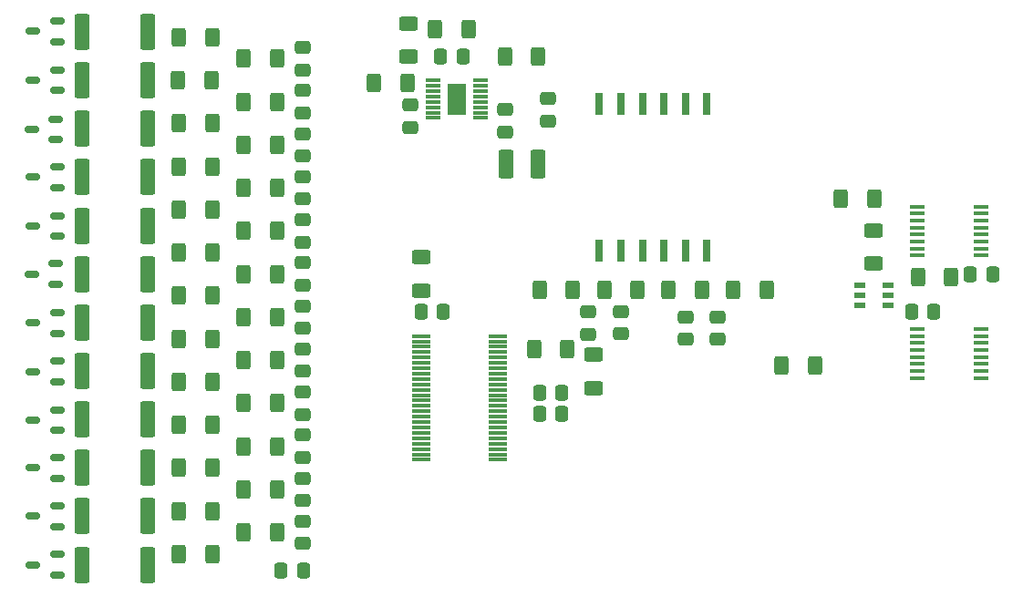
<source format=gbr>
%TF.GenerationSoftware,KiCad,Pcbnew,7.0.6*%
%TF.CreationDate,2023-08-31T22:42:43+02:00*%
%TF.ProjectId,BMS V1.0,424d5320-5631-42e3-902e-6b696361645f,rev?*%
%TF.SameCoordinates,Original*%
%TF.FileFunction,Paste,Top*%
%TF.FilePolarity,Positive*%
%FSLAX46Y46*%
G04 Gerber Fmt 4.6, Leading zero omitted, Abs format (unit mm)*
G04 Created by KiCad (PCBNEW 7.0.6) date 2023-08-31 22:42:43*
%MOMM*%
%LPD*%
G01*
G04 APERTURE LIST*
G04 Aperture macros list*
%AMRoundRect*
0 Rectangle with rounded corners*
0 $1 Rounding radius*
0 $2 $3 $4 $5 $6 $7 $8 $9 X,Y pos of 4 corners*
0 Add a 4 corners polygon primitive as box body*
4,1,4,$2,$3,$4,$5,$6,$7,$8,$9,$2,$3,0*
0 Add four circle primitives for the rounded corners*
1,1,$1+$1,$2,$3*
1,1,$1+$1,$4,$5*
1,1,$1+$1,$6,$7*
1,1,$1+$1,$8,$9*
0 Add four rect primitives between the rounded corners*
20,1,$1+$1,$2,$3,$4,$5,0*
20,1,$1+$1,$4,$5,$6,$7,0*
20,1,$1+$1,$6,$7,$8,$9,0*
20,1,$1+$1,$8,$9,$2,$3,0*%
G04 Aperture macros list end*
%ADD10RoundRect,0.250000X-0.475000X0.337500X-0.475000X-0.337500X0.475000X-0.337500X0.475000X0.337500X0*%
%ADD11RoundRect,0.250000X-0.400000X-0.625000X0.400000X-0.625000X0.400000X0.625000X-0.400000X0.625000X0*%
%ADD12RoundRect,0.250001X-0.462499X-1.074999X0.462499X-1.074999X0.462499X1.074999X-0.462499X1.074999X0*%
%ADD13R,1.800000X0.300000*%
%ADD14RoundRect,0.250000X0.400000X0.625000X-0.400000X0.625000X-0.400000X-0.625000X0.400000X-0.625000X0*%
%ADD15RoundRect,0.249999X0.450001X1.425001X-0.450001X1.425001X-0.450001X-1.425001X0.450001X-1.425001X0*%
%ADD16R,1.475000X0.450000*%
%ADD17RoundRect,0.150000X0.512500X0.150000X-0.512500X0.150000X-0.512500X-0.150000X0.512500X-0.150000X0*%
%ADD18RoundRect,0.250000X-0.337500X-0.475000X0.337500X-0.475000X0.337500X0.475000X-0.337500X0.475000X0*%
%ADD19RoundRect,0.250000X-0.625000X0.400000X-0.625000X-0.400000X0.625000X-0.400000X0.625000X0.400000X0*%
%ADD20RoundRect,0.250000X0.475000X-0.337500X0.475000X0.337500X-0.475000X0.337500X-0.475000X-0.337500X0*%
%ADD21R,1.050000X0.550000*%
%ADD22RoundRect,0.250000X0.337500X0.475000X-0.337500X0.475000X-0.337500X-0.475000X0.337500X-0.475000X0*%
%ADD23R,1.425000X0.300000*%
%ADD24R,1.753000X2.947000*%
%ADD25R,0.800000X2.010000*%
G04 APERTURE END LIST*
D10*
%TO.C,C15*%
X127000000Y-95462500D03*
X127000000Y-97537500D03*
%TD*%
D11*
%TO.C,R38*%
X115450000Y-74500000D03*
X118550000Y-74500000D03*
%TD*%
D12*
%TO.C,L1*%
X145800500Y-78250000D03*
X148775500Y-78250000D03*
%TD*%
D13*
%TO.C,IC6*%
X137950000Y-94250000D03*
X137950000Y-94750000D03*
X137950000Y-95250000D03*
X137950000Y-95750000D03*
X137950000Y-96250000D03*
X137950000Y-96750000D03*
X137950000Y-97250000D03*
X137950000Y-97750000D03*
X137950000Y-98250000D03*
X137950000Y-98750000D03*
X137950000Y-99250000D03*
X137950000Y-99750000D03*
X137950000Y-100250000D03*
X137950000Y-100750000D03*
X137950000Y-101250000D03*
X137950000Y-101750000D03*
X137950000Y-102250000D03*
X137950000Y-102750000D03*
X137950000Y-103250000D03*
X137950000Y-103750000D03*
X137950000Y-104250000D03*
X137950000Y-104750000D03*
X137950000Y-105250000D03*
X137950000Y-105750000D03*
X145050000Y-105750000D03*
X145050000Y-105250000D03*
X145050000Y-104750000D03*
X145050000Y-104250000D03*
X145050000Y-103750000D03*
X145050000Y-103250000D03*
X145050000Y-102750000D03*
X145050000Y-102250000D03*
X145050000Y-101750000D03*
X145050000Y-101250000D03*
X145050000Y-100750000D03*
X145050000Y-100250000D03*
X145050000Y-99750000D03*
X145050000Y-99250000D03*
X145050000Y-98750000D03*
X145050000Y-98250000D03*
X145050000Y-97750000D03*
X145050000Y-97250000D03*
X145050000Y-96750000D03*
X145050000Y-96250000D03*
X145050000Y-95750000D03*
X145050000Y-95250000D03*
X145050000Y-94750000D03*
X145050000Y-94250000D03*
%TD*%
D11*
%TO.C,R32*%
X115450000Y-82500000D03*
X118550000Y-82500000D03*
%TD*%
D14*
%TO.C,R7*%
X174550000Y-97000000D03*
X171450000Y-97000000D03*
%TD*%
D11*
%TO.C,R24*%
X121450000Y-96500000D03*
X124550000Y-96500000D03*
%TD*%
%TO.C,R23*%
X115450000Y-94500000D03*
X118550000Y-94500000D03*
%TD*%
D15*
%TO.C,R46*%
X112600000Y-115500000D03*
X106500000Y-115500000D03*
%TD*%
D16*
%TO.C,IC3*%
X189938000Y-98150000D03*
X189938000Y-97500000D03*
X189938000Y-96850000D03*
X189938000Y-96200000D03*
X189938000Y-95550000D03*
X189938000Y-94900000D03*
X189938000Y-94250000D03*
X189938000Y-93600000D03*
X184062000Y-93600000D03*
X184062000Y-94250000D03*
X184062000Y-94900000D03*
X184062000Y-95550000D03*
X184062000Y-96200000D03*
X184062000Y-96850000D03*
X184062000Y-97500000D03*
X184062000Y-98150000D03*
%TD*%
D10*
%TO.C,C18*%
X127000000Y-83462500D03*
X127000000Y-85537500D03*
%TD*%
D11*
%TO.C,R12*%
X121450000Y-108500000D03*
X124550000Y-108500000D03*
%TD*%
D17*
%TO.C,Q11*%
X104187500Y-66900000D03*
X104187500Y-65000000D03*
X101912500Y-65950000D03*
%TD*%
D18*
%TO.C,C1*%
X139750500Y-68250000D03*
X141825500Y-68250000D03*
%TD*%
D19*
%TO.C,R51*%
X138000000Y-86950000D03*
X138000000Y-90050000D03*
%TD*%
D20*
%TO.C,C9*%
X162500000Y-94537500D03*
X162500000Y-92462500D03*
%TD*%
D10*
%TO.C,C12*%
X127000000Y-107462500D03*
X127000000Y-109537500D03*
%TD*%
D11*
%TO.C,R44*%
X115450000Y-66500000D03*
X118550000Y-66500000D03*
%TD*%
D10*
%TO.C,C17*%
X127000000Y-87462500D03*
X127000000Y-89537500D03*
%TD*%
D11*
%TO.C,R15*%
X115450000Y-110500000D03*
X118550000Y-110500000D03*
%TD*%
%TO.C,R27*%
X121450000Y-92500000D03*
X124550000Y-92500000D03*
%TD*%
D21*
%TO.C,IC2*%
X181300000Y-91400000D03*
X181300000Y-90450000D03*
X181300000Y-89500000D03*
X178700000Y-89500000D03*
X178700000Y-90450000D03*
X178700000Y-91400000D03*
%TD*%
D20*
%TO.C,C2*%
X149750000Y-74287500D03*
X149750000Y-72212500D03*
%TD*%
D11*
%TO.C,R49*%
X148450000Y-95500000D03*
X151550000Y-95500000D03*
%TD*%
D10*
%TO.C,C23*%
X127000000Y-111462500D03*
X127000000Y-113537500D03*
%TD*%
D14*
%TO.C,R52*%
X187183538Y-88818599D03*
X184083538Y-88818599D03*
%TD*%
D15*
%TO.C,R43*%
X112600000Y-66000000D03*
X106500000Y-66000000D03*
%TD*%
D18*
%TO.C,C25*%
X137962500Y-92000000D03*
X140037500Y-92000000D03*
%TD*%
D15*
%TO.C,R19*%
X112600000Y-102000000D03*
X106500000Y-102000000D03*
%TD*%
%TO.C,R31*%
X112600000Y-84000000D03*
X106500000Y-84000000D03*
%TD*%
D11*
%TO.C,R3*%
X145738000Y-68250000D03*
X148838000Y-68250000D03*
%TD*%
D18*
%TO.C,C11*%
X148962500Y-99500000D03*
X151037500Y-99500000D03*
%TD*%
D10*
%TO.C,C13*%
X127000000Y-103462500D03*
X127000000Y-105537500D03*
%TD*%
D11*
%TO.C,R30*%
X121450000Y-88500000D03*
X124550000Y-88500000D03*
%TD*%
D15*
%TO.C,R22*%
X112600000Y-97500000D03*
X106500000Y-97500000D03*
%TD*%
D14*
%TO.C,R11*%
X164050000Y-90000000D03*
X160950000Y-90000000D03*
%TD*%
D10*
%TO.C,C22*%
X127000000Y-67462500D03*
X127000000Y-69537500D03*
%TD*%
D11*
%TO.C,R42*%
X121450000Y-72500000D03*
X124550000Y-72500000D03*
%TD*%
D18*
%TO.C,C10*%
X148962500Y-101500000D03*
X151037500Y-101500000D03*
%TD*%
D11*
%TO.C,R48*%
X121450000Y-112500000D03*
X124550000Y-112500000D03*
%TD*%
D22*
%TO.C,C24*%
X127037500Y-116000000D03*
X124962500Y-116000000D03*
%TD*%
D10*
%TO.C,C14*%
X127000000Y-99462500D03*
X127000000Y-101537500D03*
%TD*%
D17*
%TO.C,Q6*%
X104050000Y-89450000D03*
X104050000Y-87550000D03*
X101775000Y-88500000D03*
%TD*%
D14*
%TO.C,R10*%
X170050000Y-90000000D03*
X166950000Y-90000000D03*
%TD*%
D11*
%TO.C,R29*%
X115450000Y-86500000D03*
X118550000Y-86500000D03*
%TD*%
D17*
%TO.C,Q9*%
X104050000Y-76000000D03*
X104050000Y-74100000D03*
X101775000Y-75050000D03*
%TD*%
D11*
%TO.C,R26*%
X115450000Y-90500000D03*
X118550000Y-90500000D03*
%TD*%
D17*
%TO.C,Q4*%
X104187500Y-98500000D03*
X104187500Y-96600000D03*
X101912500Y-97550000D03*
%TD*%
%TO.C,Q3*%
X104187500Y-103000000D03*
X104187500Y-101100000D03*
X101912500Y-102050000D03*
%TD*%
D15*
%TO.C,R28*%
X112550000Y-88500000D03*
X106450000Y-88500000D03*
%TD*%
D11*
%TO.C,R17*%
X115450000Y-102500000D03*
X118550000Y-102500000D03*
%TD*%
%TO.C,R4*%
X133562465Y-70768955D03*
X136662465Y-70768955D03*
%TD*%
D23*
%TO.C,IC1*%
X139076000Y-70500000D03*
X139076000Y-71000000D03*
X139076000Y-71500000D03*
X139076000Y-72000000D03*
X139076000Y-72500000D03*
X139076000Y-73000000D03*
X139076000Y-73500000D03*
X139076000Y-74000000D03*
X143500000Y-74000000D03*
X143500000Y-73500000D03*
X143500000Y-73000000D03*
X143500000Y-72500000D03*
X143500000Y-72000000D03*
X143500000Y-71500000D03*
X143500000Y-71000000D03*
X143500000Y-70500000D03*
D24*
X141288000Y-72250000D03*
%TD*%
D11*
%TO.C,R8*%
X148950000Y-90000000D03*
X152050000Y-90000000D03*
%TD*%
%TO.C,R39*%
X121450000Y-76500000D03*
X124550000Y-76500000D03*
%TD*%
D25*
%TO.C,T1*%
X164500000Y-72655000D03*
X162500000Y-72655000D03*
X160500000Y-72655000D03*
X158500000Y-72655000D03*
X156500000Y-72655000D03*
X154500000Y-72655000D03*
X154500000Y-86345000D03*
X156500000Y-86345000D03*
X158500000Y-86345000D03*
X160500000Y-86345000D03*
X162500000Y-86345000D03*
X164500000Y-86345000D03*
%TD*%
D10*
%TO.C,C20*%
X127000000Y-75462500D03*
X127000000Y-77537500D03*
%TD*%
D22*
%TO.C,C26*%
X185575000Y-92000000D03*
X183500000Y-92000000D03*
%TD*%
D15*
%TO.C,R25*%
X112550000Y-93000000D03*
X106450000Y-93000000D03*
%TD*%
D20*
%TO.C,C7*%
X156500000Y-94037500D03*
X156500000Y-91962500D03*
%TD*%
%TO.C,C6*%
X153500000Y-94075000D03*
X153500000Y-92000000D03*
%TD*%
D15*
%TO.C,R14*%
X112600000Y-111000000D03*
X106500000Y-111000000D03*
%TD*%
D11*
%TO.C,R41*%
X115400000Y-70500000D03*
X118500000Y-70500000D03*
%TD*%
%TO.C,R20*%
X115450000Y-98500000D03*
X118550000Y-98500000D03*
%TD*%
%TO.C,R36*%
X121450000Y-80500000D03*
X124550000Y-80500000D03*
%TD*%
%TO.C,R33*%
X121450000Y-84500000D03*
X124550000Y-84500000D03*
%TD*%
%TO.C,R35*%
X115450000Y-78500000D03*
X118550000Y-78500000D03*
%TD*%
D15*
%TO.C,R37*%
X112600000Y-75000000D03*
X106500000Y-75000000D03*
%TD*%
%TO.C,R16*%
X112600000Y-106500000D03*
X106500000Y-106500000D03*
%TD*%
D11*
%TO.C,R13*%
X115450000Y-106500000D03*
X118550000Y-106500000D03*
%TD*%
%TO.C,R45*%
X121450000Y-68500000D03*
X124550000Y-68500000D03*
%TD*%
D17*
%TO.C,Q2*%
X104187500Y-107450000D03*
X104187500Y-105550000D03*
X101912500Y-106500000D03*
%TD*%
%TO.C,Q12*%
X104187500Y-116450000D03*
X104187500Y-114550000D03*
X101912500Y-115500000D03*
%TD*%
D19*
%TO.C,R50*%
X154000000Y-96000000D03*
X154000000Y-99100000D03*
%TD*%
%TO.C,R1*%
X136788000Y-65200000D03*
X136788000Y-68300000D03*
%TD*%
D15*
%TO.C,R40*%
X112600000Y-70500000D03*
X106500000Y-70500000D03*
%TD*%
D11*
%TO.C,R21*%
X121450000Y-100500000D03*
X124550000Y-100500000D03*
%TD*%
%TO.C,R18*%
X121450000Y-104500000D03*
X124550000Y-104500000D03*
%TD*%
D10*
%TO.C,C21*%
X127000000Y-71462500D03*
X127000000Y-73537500D03*
%TD*%
D17*
%TO.C,Q5*%
X104187500Y-94000000D03*
X104187500Y-92100000D03*
X101912500Y-93050000D03*
%TD*%
D18*
%TO.C,C5*%
X188962500Y-88500000D03*
X191037500Y-88500000D03*
%TD*%
D15*
%TO.C,R34*%
X112600000Y-79500000D03*
X106500000Y-79500000D03*
%TD*%
D17*
%TO.C,Q7*%
X104187500Y-85000000D03*
X104187500Y-83100000D03*
X101912500Y-84050000D03*
%TD*%
D20*
%TO.C,C8*%
X165500000Y-94537500D03*
X165500000Y-92462500D03*
%TD*%
D11*
%TO.C,R6*%
X176950000Y-81500000D03*
X180050000Y-81500000D03*
%TD*%
D17*
%TO.C,Q10*%
X104187500Y-71450000D03*
X104187500Y-69550000D03*
X101912500Y-70500000D03*
%TD*%
%TO.C,Q1*%
X104187500Y-111950000D03*
X104187500Y-110050000D03*
X101912500Y-111000000D03*
%TD*%
D16*
%TO.C,IC4*%
X184062000Y-82225000D03*
X184062000Y-82875000D03*
X184062000Y-83525000D03*
X184062000Y-84175000D03*
X184062000Y-84825000D03*
X184062000Y-85475000D03*
X184062000Y-86125000D03*
X184062000Y-86775000D03*
X189938000Y-86775000D03*
X189938000Y-86125000D03*
X189938000Y-85475000D03*
X189938000Y-84825000D03*
X189938000Y-84175000D03*
X189938000Y-83525000D03*
X189938000Y-82875000D03*
X189938000Y-82225000D03*
%TD*%
D20*
%TO.C,C4*%
X136911722Y-74877204D03*
X136911722Y-72802204D03*
%TD*%
D11*
%TO.C,R47*%
X115450000Y-114500000D03*
X118550000Y-114500000D03*
%TD*%
D10*
%TO.C,C16*%
X127000000Y-91462500D03*
X127000000Y-93537500D03*
%TD*%
%TO.C,C19*%
X127000000Y-79462500D03*
X127000000Y-81537500D03*
%TD*%
D17*
%TO.C,Q8*%
X104187500Y-80450000D03*
X104187500Y-78550000D03*
X101912500Y-79500000D03*
%TD*%
D20*
%TO.C,C3*%
X145788000Y-75287500D03*
X145788000Y-73212500D03*
%TD*%
D14*
%TO.C,R2*%
X142338000Y-65750000D03*
X139238000Y-65750000D03*
%TD*%
D19*
%TO.C,R5*%
X180000000Y-84450000D03*
X180000000Y-87550000D03*
%TD*%
D11*
%TO.C,R9*%
X154950000Y-90000000D03*
X158050000Y-90000000D03*
%TD*%
M02*

</source>
